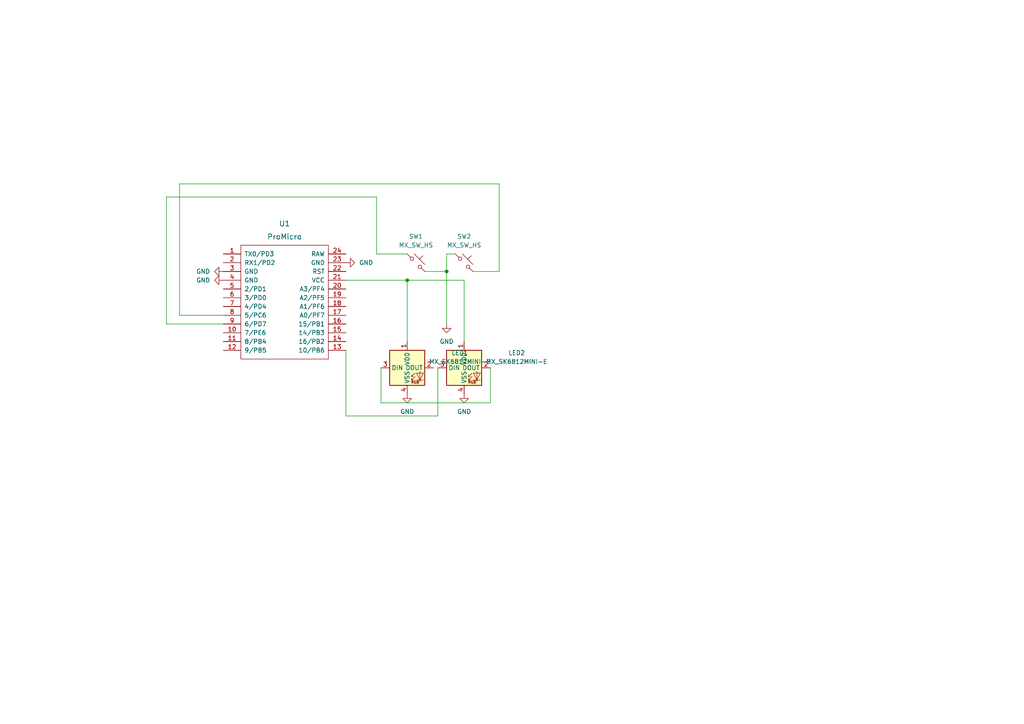
<source format=kicad_sch>
(kicad_sch (version 20211123) (generator eeschema)
  (paper "A4")
  (lib_symbols
    (symbol "keebio:ProMicro" (pin_names (offset 1.016))
      (property "Reference" "U" (at 0 0 0))
      (property "Value" "ProMicro" (at 0 -19.05 0))
      (symbol "ProMicro_0_1"
        (rectangle (start -12.7 -16.51) (end 12.7 16.51))
      )
      (symbol "ProMicro_1_1"
        (pin input line (at -17.78 13.97 0) (length 5.08) (name "TX0/PD3") (number "1"))
        (pin input line (at -17.78 -8.89 0) (length 5.08) (name "7/PE6") (number "10"))
        (pin input line (at -17.78 -11.43 0) (length 5.08) (name "8/PB4") (number "11"))
        (pin input line (at -17.78 -13.97 0) (length 5.08) (name "9/PB5") (number "12"))
        (pin input line (at 17.78 -13.97 180) (length 5.08) (name "10/PB6") (number "13"))
        (pin input line (at 17.78 -11.43 180) (length 5.08) (name "16/PB2") (number "14"))
        (pin input line (at 17.78 -8.89 180) (length 5.08) (name "14/PB3") (number "15"))
        (pin input line (at 17.78 -6.35 180) (length 5.08) (name "15/PB1") (number "16"))
        (pin input line (at 17.78 -3.81 180) (length 5.08) (name "A0/PF7") (number "17"))
        (pin input line (at 17.78 -1.27 180) (length 5.08) (name "A1/PF6") (number "18"))
        (pin input line (at 17.78 1.27 180) (length 5.08) (name "A2/PF5") (number "19"))
        (pin input line (at -17.78 11.43 0) (length 5.08) (name "RX1/PD2") (number "2"))
        (pin input line (at 17.78 3.81 180) (length 5.08) (name "A3/PF4") (number "20"))
        (pin input line (at 17.78 6.35 180) (length 5.08) (name "VCC") (number "21"))
        (pin input line (at 17.78 8.89 180) (length 5.08) (name "RST") (number "22"))
        (pin input line (at 17.78 11.43 180) (length 5.08) (name "GND") (number "23"))
        (pin input line (at 17.78 13.97 180) (length 5.08) (name "RAW") (number "24"))
        (pin input line (at -17.78 8.89 0) (length 5.08) (name "GND") (number "3"))
        (pin input line (at -17.78 6.35 0) (length 5.08) (name "GND") (number "4"))
        (pin input line (at -17.78 3.81 0) (length 5.08) (name "2/PD1") (number "5"))
        (pin input line (at -17.78 1.27 0) (length 5.08) (name "3/PD0") (number "6"))
        (pin input line (at -17.78 -1.27 0) (length 5.08) (name "4/PD4") (number "7"))
        (pin input line (at -17.78 -3.81 0) (length 5.08) (name "5/PC6") (number "8"))
        (pin input line (at -17.78 -6.35 0) (length 5.08) (name "6/PD7") (number "9"))
      )
    )
    (symbol "marbastlib-mx:MX_SK6812MINI-E"
      (property "Reference" "LED" (at 2.54 -6.35 0))
      (property "Value" "MX_SK6812MINI-E" (at 10.16 6.35 0))
      (symbol "MX_SK6812MINI-E_0_0"
        (text "RGB" (at 2.286 -4.191 0) (effects (font (size 0.762 0.762))))
      )
      (symbol "MX_SK6812MINI-E_0_1"
        (polyline (pts (xy 1.27 -3.556) (xy 1.778 -3.556)))
        (polyline (pts (xy 1.27 -2.54) (xy 1.778 -2.54)))
        (polyline (pts (xy 4.699 -3.556) (xy 2.667 -3.556)))
        (polyline (pts (xy 2.286 -2.54) (xy 1.27 -3.556) (xy 1.27 -3.048)))
        (polyline (pts (xy 2.286 -1.524) (xy 1.27 -2.54) (xy 1.27 -2.032)))
        (polyline (pts (xy 3.683 -1.016) (xy 3.683 -3.556) (xy 3.683 -4.064)))
        (polyline (pts (xy 4.699 -1.524) (xy 2.667 -1.524) (xy 3.683 -3.556) (xy 4.699 -1.524)))
        (rectangle (start 5.08 5.08) (end -5.08 -5.08) (stroke (width 0.254)) (fill (type background)))
      )
      (symbol "MX_SK6812MINI-E_1_1"
        (pin power_in line (at 0 7.62 270) (length 2.54) (name "VDD") (number "1"))
        (pin output line (at 7.62 0 180) (length 2.54) (name "DOUT") (number "2"))
        (pin input line (at -7.62 0 0) (length 2.54) (name "DIN") (number "3"))
        (pin power_in line (at 0 -7.62 90) (length 2.54) (name "VSS") (number "4"))
      )
    )
    (symbol "marbastlib-mx:MX_SW_HS" (pin_numbers hide) (pin_names (offset 1.016) hide)
      (property "Reference" "SW" (at 3.048 1.016 0))
      (property "Value" "MX_SW_HS" (at 0 -3.81 0))
      (symbol "MX_SW_HS_0_1"
        (circle (center -1.1684 1.1684) (radius 0.508))
        (polyline (pts (xy -0.508 2.54) (xy 2.54 -0.508)))
        (polyline (pts (xy 1.016 1.016) (xy 2.032 2.032)))
        (polyline (pts (xy -2.54 2.54) (xy -1.524 1.524) (xy -1.524 1.524)))
        (polyline (pts (xy 1.524 -1.524) (xy 2.54 -2.54) (xy 2.54 -2.54) (xy 2.54 -2.54)))
        (circle (center 1.143 -1.1938) (radius 0.508))
        (pin passive line (at -2.54 2.54 0) (length 0) (name "1") (number "1"))
        (pin passive line (at 2.54 -2.54 180) (length 0) (name "2") (number "2"))
      )
    )
    (symbol "power:GND" (power) (pin_names (offset 0))
      (property "Value" "GND" (at 0 -3.81 0))
      (symbol "GND_0_1"
        (polyline (pts (xy 0 0) (xy 0 -1.27) (xy 1.27 -1.27) (xy 0 -2.54) (xy -1.27 -1.27) (xy 0 -1.27)))
      )
      (symbol "GND_1_1"
        (pin power_in line (at 0 0 270) (length 0) hide (name "GND") (number "1"))
      )
    )
  )
  (junction (at 129.54 78.74))
  (junction (at 118.11 81.28))
  (wire (pts (xy 109.22 73.66) (xy 109.22 57.15)))
  (wire (pts (xy 118.11 73.66) (xy 109.22 73.66)))
  (wire (pts (xy 100.33 101.6) (xy 100.33 120.65)))
  (wire (pts (xy 142.24 116.84) (xy 110.49 116.84)))
  (wire (pts (xy 129.54 73.66) (xy 129.54 78.74)))
  (wire (pts (xy 144.78 78.74) (xy 144.78 53.34)))
  (wire (pts (xy 118.11 99.06) (xy 118.11 81.28)))
  (wire (pts (xy 110.49 116.84) (xy 110.49 106.68)))
  (wire (pts (xy 118.11 81.28) (xy 100.33 81.28)))
  (wire (pts (xy 127 106.68) (xy 127 120.65)))
  (wire (pts (xy 48.26 93.98) (xy 64.77 93.98)))
  (wire (pts (xy 52.07 53.34) (xy 52.07 91.44)))
  (wire (pts (xy 134.62 81.28) (xy 118.11 81.28)))
  (wire (pts (xy 132.08 73.66) (xy 129.54 73.66)))
  (wire (pts (xy 142.24 106.68) (xy 142.24 116.84)))
  (wire (pts (xy 137.16 78.74) (xy 144.78 78.74)))
  (wire (pts (xy 134.62 99.06) (xy 134.62 81.28)))
  (wire (pts (xy 123.19 78.74) (xy 129.54 78.74)))
  (wire (pts (xy 127 120.65) (xy 100.33 120.65)))
  (wire (pts (xy 129.54 78.74) (xy 129.54 93.98)))
  (wire (pts (xy 48.26 57.15) (xy 48.26 93.98)))
  (wire (pts (xy 52.07 91.44) (xy 64.77 91.44)))
  (wire (pts (xy 52.07 53.34) (xy 144.78 53.34)))
  (wire (pts (xy 109.22 57.15) (xy 48.26 57.15)))
  (symbol (lib_id "power:GND") (at 100.33 76.2 90) (unit 1)
    (property "Reference" "#PWR0102" (effects hide))
    (property "Value" "GND" (at 104.14 76.1999 90) (effects (justify right)))
  )
  (symbol (lib_id "marbastlib-mx:MX_SK6812MINI-E") (at 134.62 106.68 0) (unit 1)
    (property "Reference" "LED2" (at 149.86 102.3493 0))
    (property "Value" "MX_SK6812MINI-E" (at 149.86 104.8893 0))
    (property "Footprint" "marbastlib-mx:LED_MX_6028R" (effects hide))
  )
  (symbol (lib_id "power:GND") (at 118.11 114.3 0) (unit 1)
    (property "Reference" "#PWR0105" (effects hide))
    (property "Value" "GND" (at 118.11 119.38 0))
  )
  (symbol (lib_id "power:GND") (at 134.62 114.3 0) (unit 1)
    (property "Reference" "#PWR0106" (effects hide))
    (property "Value" "GND" (at 134.62 119.38 0))
  )
  (symbol (lib_id "keebio:ProMicro") (at 82.55 87.63 0) (unit 1)
    (property "Reference" "U1" (at 82.55 64.8462 0) (effects (font (size 1.524 1.524))))
    (property "Value" "ProMicro" (at 82.55 68.6562 0) (effects (font (size 1.524 1.524))))
    (property "Footprint" "keebio:ArduinoProMicro" (effects hide))
  )
  (symbol (lib_id "marbastlib-mx:MX_SW_HS") (at 134.62 76.2 0) (unit 1)
    (property "Reference" "SW2" (at 134.62 68.58 0))
    (property "Value" "MX_SW_HS" (at 134.62 71.12 0))
    (property "Footprint" "marbastlib-mx:SW_MX_HS_1u" (effects hide))
  )
  (symbol (lib_id "power:GND") (at 129.54 93.98 0) (unit 1)
    (property "Reference" "#PWR0101" (effects hide))
    (property "Value" "GND" (at 129.54 99.06 0))
  )
  (symbol (lib_id "marbastlib-mx:MX_SK6812MINI-E") (at 118.11 106.68 0) (unit 1)
    (property "Reference" "LED1" (at 133.35 102.3493 0))
    (property "Value" "MX_SK6812MINI-E" (at 133.35 104.8893 0))
    (property "Footprint" "marbastlib-mx:LED_MX_6028R" (effects hide))
  )
  (symbol (lib_id "marbastlib-mx:MX_SW_HS") (at 120.65 76.2 0) (unit 1)
    (property "Reference" "SW1" (at 120.65 68.58 0))
    (property "Value" "MX_SW_HS" (at 120.65 71.12 0))
    (property "Footprint" "marbastlib-mx:SW_MX_HS_1u" (effects hide))
  )
  (symbol (lib_id "power:GND") (at 64.77 78.74 270) (unit 1)
    (property "Reference" "#PWR0104" (effects hide))
    (property "Value" "GND" (at 60.96 78.7399 90) (effects (justify right)))
  )
  (symbol (lib_id "power:GND") (at 64.77 81.28 270) (unit 1)
    (property "Reference" "#PWR0103" (effects hide))
    (property "Value" "GND" (at 60.96 81.2799 90) (effects (justify right)))
  )
)
</source>
